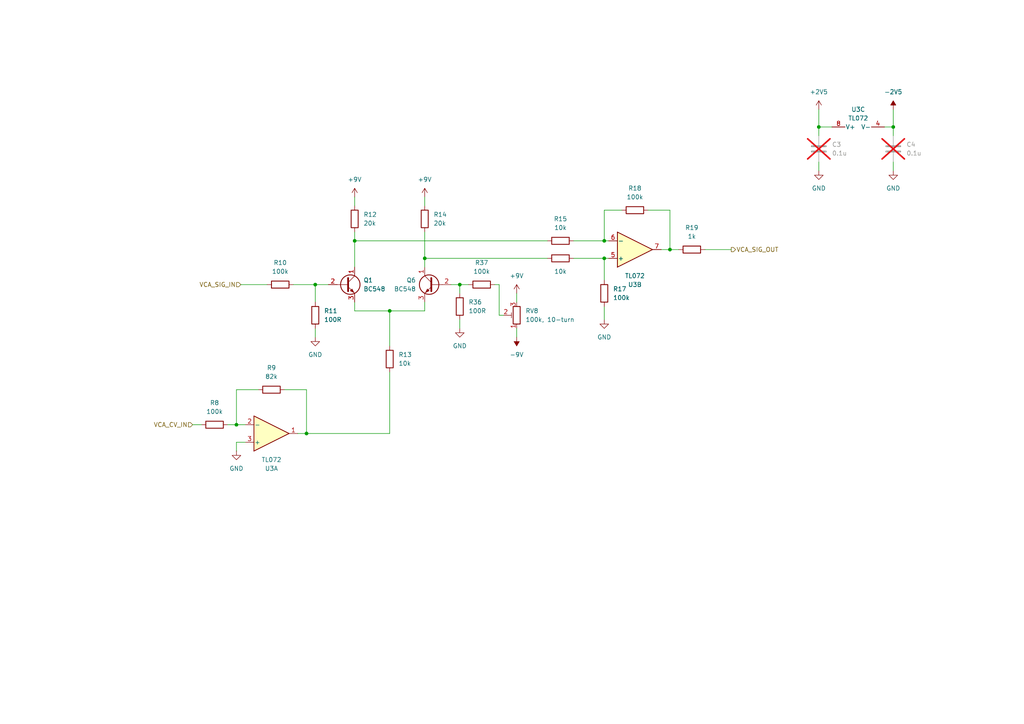
<source format=kicad_sch>
(kicad_sch (version 20250114) (generator "eeschema") (generator_version "9.0")
  (paper "A4")
  (lib_symbols
    (symbol "Amplifier_Operational:TL072" (pin_names (offset 0.127))
      (property "Reference" "U" (at 0 5.08 0))
      (property "Value" "TL072" (at 0 -5.08 0))
      (symbol "TL072_1_1"
        (polyline (pts (xy -5.08 5.08) (xy 5.08 0) (xy -5.08 -5.08) (xy -5.08 5.08)) (stroke (width 0.254)) (fill (type background)))
        (pin input line (at -7.62 2.54 0) (length 2.54) (name "+") (number "3"))
        (pin input line (at -7.62 -2.54 0) (length 2.54) (name "-") (number "2"))
        (pin output line (at 7.62 0 180) (length 2.54) (name "~") (number "1"))
      )
      (symbol "TL072_2_1"
        (polyline (pts (xy -5.08 5.08) (xy 5.08 0) (xy -5.08 -5.08) (xy -5.08 5.08)) (stroke (width 0.254)) (fill (type background)))
        (pin input line (at -7.62 2.54 0) (length 2.54) (name "+") (number "5"))
        (pin input line (at -7.62 -2.54 0) (length 2.54) (name "-") (number "6"))
        (pin output line (at 7.62 0 180) (length 2.54) (name "~") (number "7"))
      )
      (symbol "TL072_3_1"
        (pin power_in line (at -2.54 7.62 270) (length 3.81) (name "V+") (number "8"))
        (pin power_in line (at -2.54 -7.62 90) (length 3.81) (name "V-") (number "4"))
      )
    )
    (symbol "Device:C" (pin_numbers (hide yes)) (pin_names (offset 0.254))
      (property "Reference" "C" (at 0.635 2.54 0))
      (property "Value" "C" (at 0.635 -2.54 0))
      (symbol "C_0_1"
        (polyline (pts (xy -2.032 0.762) (xy 2.032 0.762)) (stroke (width 0.508)))
        (polyline (pts (xy -2.032 -0.762) (xy 2.032 -0.762)) (stroke (width 0.508)))
      )
      (symbol "C_1_1"
        (pin passive line (at 0 3.81 270) (length 2.794) (name "~") (number "1"))
        (pin passive line (at 0 -3.81 90) (length 2.794) (name "~") (number "2"))
      )
    )
    (symbol "Device:R" (pin_numbers (hide yes)) (pin_names (offset 0))
      (property "Reference" "R" (at 2.032 0 90))
      (property "Value" "R" (at 0 0 90))
      (symbol "R_0_1"
        (rectangle (start -1.016 -2.54) (end 1.016 2.54) (stroke (width 0.254)))
      )
      (symbol "R_1_1"
        (pin passive line (at 0 3.81 270) (length 1.27) (name "~") (number "1"))
        (pin passive line (at 0 -3.81 90) (length 1.27) (name "~") (number "2"))
      )
    )
    (symbol "Device:R_Potentiometer_Trim" (pin_names (offset 1.016) (hide yes))
      (property "Reference" "RV" (at -4.445 0 90))
      (property "Value" "R_Potentiometer_Trim" (at -2.54 0 90))
      (symbol "R_Potentiometer_Trim_0_1"
        (rectangle (start 1.016 2.54) (end -1.016 -2.54) (stroke (width 0.254)))
        (polyline (pts (xy 1.524 0.762) (xy 1.524 -0.762)))
        (polyline (pts (xy 2.54 0) (xy 1.524 0)))
      )
      (symbol "R_Potentiometer_Trim_1_1"
        (pin passive line (at 0 3.81 270) (length 1.27) (name "1") (number "1"))
        (pin passive line (at 0 -3.81 90) (length 1.27) (name "3") (number "3"))
        (pin passive line (at 3.81 0 180) (length 1.27) (name "2") (number "2"))
      )
    )
    (symbol "Transistor_BJT:BC548" (pin_names (offset 0) (hide yes))
      (property "Reference" "Q" (at 5.08 1.905 0))
      (property "Value" "BC548" (at 5.08 0 0))
      (symbol "BC548_0_1"
        (polyline (pts (xy -2.54 0) (xy 0.635 0)))
        (polyline (pts (xy 0.635 1.905) (xy 0.635 -1.905)) (stroke (width 0.508)))
        (circle (center 1.27 0) (radius 2.8194) (stroke (width 0.254)))
      )
      (symbol "BC548_1_1"
        (polyline (pts (xy 0.635 0.635) (xy 2.54 2.54)))
        (polyline (pts (xy 0.635 -0.635) (xy 2.54 -2.54)))
        (polyline (pts (xy 1.27 -1.778) (xy 1.778 -1.27) (xy 2.286 -2.286) (xy 1.27 -1.778)) (fill (type outline)))
        (pin input line (at -5.08 0 0) (length 2.54) (name "B") (number "2"))
        (pin passive line (at 2.54 5.08 270) (length 2.54) (name "C") (number "1"))
        (pin passive line (at 2.54 -5.08 90) (length 2.54) (name "E") (number "3"))
      )
    )
    (symbol "power:+2V5" (power) (pin_numbers (hide yes)) (pin_names (offset 0) (hide yes))
      (property "Value" "+2V5" (at 0 3.556 0))
      (symbol "+2V5_0_1"
        (polyline (pts (xy -0.762 1.27) (xy 0 2.54)))
        (polyline (pts (xy 0 2.54) (xy 0.762 1.27)))
        (polyline (pts (xy 0 0) (xy 0 2.54)))
      )
      (symbol "+2V5_1_1"
        (pin power_in line (at 0 0 90) (length 0) (name "~") (number "1"))
      )
    )
    (symbol "power:+9V" (power) (pin_numbers (hide yes)) (pin_names (offset 0) (hide yes))
      (property "Value" "+9V" (at 0 3.556 0))
      (symbol "+9V_0_1"
        (polyline (pts (xy -0.762 1.27) (xy 0 2.54)))
        (polyline (pts (xy 0 2.54) (xy 0.762 1.27)))
        (polyline (pts (xy 0 0) (xy 0 2.54)))
      )
      (symbol "+9V_1_1"
        (pin power_in line (at 0 0 90) (length 0) (name "~") (number "1"))
      )
    )
    (symbol "power:-2V5" (power) (pin_numbers (hide yes)) (pin_names (offset 0) (hide yes))
      (property "Value" "-2V5" (at 0 3.556 0))
      (symbol "-2V5_0_0"
        (pin power_in line (at 0 0 90) (length 0) (name "~") (number "1"))
      )
      (symbol "-2V5_0_1"
        (polyline (pts (xy 0 0) (xy 0 1.27) (xy 0.762 1.27) (xy 0 2.54) (xy -0.762 1.27) (xy 0 1.27)) (fill (type outline)))
      )
    )
    (symbol "power:-9V" (power) (pin_numbers (hide yes)) (pin_names (offset 0) (hide yes))
      (property "Value" "-9V" (at 0 3.556 0))
      (symbol "-9V_0_1"
        (polyline (pts (xy 0 0) (xy 0 2.54)))
        (polyline (pts (xy 0.762 1.27) (xy -0.762 1.27) (xy 0 2.54) (xy 0.762 1.27)) (fill (type outline)))
      )
      (symbol "-9V_1_1"
        (pin power_in line (at 0 0 90) (length 0) (name "~") (number "1"))
      )
    )
    (symbol "power:GND" (power) (pin_numbers (hide yes)) (pin_names (offset 0) (hide yes))
      (property "Value" "GND" (at 0 -3.81 0))
      (symbol "GND_0_1"
        (polyline (pts (xy 0 0) (xy 0 -1.27) (xy 1.27 -1.27) (xy 0 -2.54) (xy -1.27 -1.27) (xy 0 -1.27)))
      )
      (symbol "GND_1_1"
        (pin power_in line (at 0 0 270) (length 0) (name "~") (number "1"))
      )
    )
  )
  (junction (at 194.31 72.39))
  (junction (at 68.58 123.19))
  (junction (at 259.08 36.83))
  (junction (at 175.26 69.85))
  (junction (at 88.9 125.73))
  (junction (at 237.49 36.83))
  (junction (at 123.19 74.93))
  (junction (at 133.35 82.55))
  (junction (at 91.44 82.55))
  (junction (at 113.03 90.17))
  (junction (at 102.87 69.85))
  (junction (at 175.26 74.93))
  (wire (pts (xy 55.88 123.19) (xy 58.42 123.19)))
  (wire (pts (xy 102.87 57.15) (xy 102.87 59.69)))
  (wire (pts (xy 68.58 128.27) (xy 68.58 130.81)))
  (wire (pts (xy 91.44 82.55) (xy 95.25 82.55)))
  (wire (pts (xy 191.77 72.39) (xy 194.31 72.39)))
  (wire (pts (xy 187.96 60.96) (xy 194.31 60.96)))
  (wire (pts (xy 175.26 69.85) (xy 176.53 69.85)))
  (wire (pts (xy 69.85 82.55) (xy 77.47 82.55)))
  (wire (pts (xy 102.87 69.85) (xy 102.87 77.47)))
  (wire (pts (xy 102.87 90.17) (xy 113.03 90.17)))
  (wire (pts (xy 123.19 67.31) (xy 123.19 74.93)))
  (wire (pts (xy 237.49 46.99) (xy 237.49 49.53)))
  (wire (pts (xy 123.19 90.17) (xy 123.19 87.63)))
  (wire (pts (xy 180.34 60.96) (xy 175.26 60.96)))
  (wire (pts (xy 144.78 91.44) (xy 146.05 91.44)))
  (wire (pts (xy 82.55 113.03) (xy 88.9 113.03)))
  (wire (pts (xy 68.58 113.03) (xy 68.58 123.19)))
  (wire (pts (xy 102.87 69.85) (xy 158.75 69.85)))
  (wire (pts (xy 113.03 90.17) (xy 123.19 90.17)))
  (wire (pts (xy 144.78 82.55) (xy 144.78 91.44)))
  (wire (pts (xy 68.58 123.19) (xy 71.12 123.19)))
  (wire (pts (xy 194.31 72.39) (xy 196.85 72.39)))
  (wire (pts (xy 237.49 31.75) (xy 237.49 36.83)))
  (wire (pts (xy 237.49 36.83) (xy 237.49 39.37)))
  (wire (pts (xy 133.35 92.71) (xy 133.35 95.25)))
  (wire (pts (xy 175.26 74.93) (xy 176.53 74.93)))
  (wire (pts (xy 91.44 87.63) (xy 91.44 82.55)))
  (wire (pts (xy 85.09 82.55) (xy 91.44 82.55)))
  (wire (pts (xy 66.04 123.19) (xy 68.58 123.19)))
  (wire (pts (xy 102.87 67.31) (xy 102.87 69.85)))
  (wire (pts (xy 74.93 113.03) (xy 68.58 113.03)))
  (wire (pts (xy 256.54 36.83) (xy 259.08 36.83)))
  (wire (pts (xy 88.9 125.73) (xy 86.36 125.73)))
  (wire (pts (xy 71.12 128.27) (xy 68.58 128.27)))
  (wire (pts (xy 123.19 74.93) (xy 123.19 77.47)))
  (wire (pts (xy 204.47 72.39) (xy 212.09 72.39)))
  (wire (pts (xy 102.87 87.63) (xy 102.87 90.17)))
  (wire (pts (xy 175.26 88.9) (xy 175.26 92.71)))
  (wire (pts (xy 175.26 60.96) (xy 175.26 69.85)))
  (wire (pts (xy 91.44 95.25) (xy 91.44 97.79)))
  (wire (pts (xy 133.35 82.55) (xy 133.35 85.09)))
  (wire (pts (xy 259.08 31.75) (xy 259.08 36.83)))
  (wire (pts (xy 149.86 95.25) (xy 149.86 97.79)))
  (wire (pts (xy 166.37 74.93) (xy 175.26 74.93)))
  (wire (pts (xy 259.08 46.99) (xy 259.08 49.53)))
  (wire (pts (xy 88.9 125.73) (xy 113.03 125.73)))
  (wire (pts (xy 166.37 69.85) (xy 175.26 69.85)))
  (wire (pts (xy 149.86 85.09) (xy 149.86 87.63)))
  (wire (pts (xy 88.9 113.03) (xy 88.9 125.73)))
  (wire (pts (xy 113.03 107.95) (xy 113.03 125.73)))
  (wire (pts (xy 259.08 36.83) (xy 259.08 39.37)))
  (wire (pts (xy 175.26 74.93) (xy 175.26 81.28)))
  (wire (pts (xy 123.19 74.93) (xy 158.75 74.93)))
  (wire (pts (xy 113.03 90.17) (xy 113.03 100.33)))
  (wire (pts (xy 130.81 82.55) (xy 133.35 82.55)))
  (wire (pts (xy 194.31 60.96) (xy 194.31 72.39)))
  (wire (pts (xy 133.35 82.55) (xy 135.89 82.55)))
  (wire (pts (xy 143.51 82.55) (xy 144.78 82.55)))
  (wire (pts (xy 123.19 57.15) (xy 123.19 59.69)))
  (wire (pts (xy 241.3 36.83) (xy 237.49 36.83)))
  (hierarchical_label "VCA_CV_IN" (shape input) (at 55.88 123.19 180))
  (hierarchical_label "VCA_SIG_IN" (shape input) (at 69.85 82.55 180))
  (hierarchical_label "VCA_SIG_OUT" (shape output) (at 212.09 72.39 0))
  (symbol (lib_id "Device:R") (at 123.19 63.5 0) (unit 1)
    (property "Reference" "R14" (at 125.73 62.2299 0) (effects (justify left)))
    (property "Value" "20k" (at 125.73 64.7699 0) (effects (justify left)))
    (property "Footprint" "Resistor_THT:R_Axial_DIN0207_L6.3mm_D2.5mm_P10.16mm_Horizontal" (effects (hide yes)))
    (property "Description" "Resistor" (effects (hide yes)))
  )
  (symbol (lib_id "power:GND") (at 68.58 130.81 0) (unit 1)
    (property "Reference" "#PWR011" (effects (hide yes)))
    (property "Value" "GND" (at 68.58 135.89 0))
    (property "Description" "Power symbol creates a global label with name \"GND\" , ground" (effects (hide yes)))
  )
  (symbol (lib_id "Device:R") (at 184.15 60.96 90) (unit 1)
    (property "Reference" "R18" (at 184.15 54.61 90))
    (property "Value" "100k" (at 184.15 57.15 90))
    (property "Footprint" "Resistor_THT:R_Axial_DIN0207_L6.3mm_D2.5mm_P10.16mm_Horizontal" (effects (hide yes)))
    (property "Description" "Resistor" (effects (hide yes)))
  )
  (symbol (lib_id "power:+9V") (at 149.86 85.09 0) (unit 1)
    (property "Reference" "#PWR025" (effects (hide yes)))
    (property "Value" "+9V" (at 149.86 80.01 0))
    (property "Description" "Power symbol creates a global label with name \"+9V\"" (effects (hide yes)))
  )
  (symbol (lib_id "Device:C") (at 237.49 43.18 0) (unit 1) (dnp yes)
    (property "Reference" "C3" (at 241.3 41.9099 0) (effects (justify left)))
    (property "Value" "0.1u" (at 241.3 44.4499 0) (effects (justify left)))
    (property "Footprint" "Capacitor_THT:C_Disc_D6.0mm_W2.5mm_P5.00mm" (effects (hide yes)))
    (property "Description" "Unpolarized capacitor" (effects (hide yes)))
  )
  (symbol (lib_id "Amplifier_Operational:TL072") (at 78.74 125.73 0) (mirror x) (unit 1)
    (property "Reference" "U3" (at 78.74 135.89 0))
    (property "Value" "TL072" (at 78.74 133.35 0))
    (property "Footprint" "Package_DIP:DIP-8_W7.62mm" (effects (hide yes)))
    (property "Datasheet" "http://www.ti.com/lit/ds/symlink/tl071.pdf" (effects (hide yes)))
    (property "Description" "Dual Low-Noise JFET-Input Operational Amplifiers, DIP-8/SOIC-8" (effects (hide yes)))
  )
  (symbol (lib_id "Amplifier_Operational:TL072") (at 248.92 34.29 90) (unit 3)
    (property "Reference" "U3" (at 248.92 31.75 90))
    (property "Value" "TL072" (at 248.92 34.29 90))
    (property "Footprint" "Package_DIP:DIP-8_W7.62mm" (effects (hide yes)))
    (property "Datasheet" "http://www.ti.com/lit/ds/symlink/tl071.pdf" (effects (hide yes)))
    (property "Description" "Dual Low-Noise JFET-Input Operational Amplifiers, DIP-8/SOIC-8" (effects (hide yes)))
  )
  (symbol (lib_id "Device:R") (at 139.7 82.55 90) (unit 1)
    (property "Reference" "R37" (at 139.7 76.2 90))
    (property "Value" "100k" (at 139.7 78.74 90))
    (property "Footprint" "Resistor_THT:R_Axial_DIN0207_L6.3mm_D2.5mm_P10.16mm_Horizontal" (effects (hide yes)))
    (property "Description" "Resistor" (effects (hide yes)))
  )
  (symbol (lib_id "power:-2V5") (at 259.08 31.75 0) (unit 1)
    (property "Reference" "#PWR043" (effects (hide yes)))
    (property "Value" "-2V5" (at 259.08 26.67 0))
    (property "Description" "Power symbol creates a global label with name \"-2V5\"" (effects (hide yes)))
  )
  (symbol (lib_id "Amplifier_Operational:TL072") (at 184.15 72.39 0) (mirror x) (unit 2)
    (property "Reference" "U3" (at 184.15 82.55 0))
    (property "Value" "TL072" (at 184.15 80.01 0))
    (property "Footprint" "Package_DIP:DIP-8_W7.62mm" (effects (hide yes)))
    (property "Datasheet" "http://www.ti.com/lit/ds/symlink/tl071.pdf" (effects (hide yes)))
    (property "Description" "Dual Low-Noise JFET-Input Operational Amplifiers, DIP-8/SOIC-8" (effects (hide yes)))
  )
  (symbol (lib_id "power:+9V") (at 123.19 57.15 0) (unit 1)
    (property "Reference" "#PWR014" (effects (hide yes)))
    (property "Value" "+9V" (at 123.19 52.07 0))
    (property "Description" "Power symbol creates a global label with name \"+9V\"" (effects (hide yes)))
  )
  (symbol (lib_id "Device:R") (at 162.56 74.93 270) (unit 1)
    (property "Reference" "R16" (effects (hide yes)))
    (property "Value" "10k" (at 162.56 78.74 90))
    (property "Footprint" "Resistor_THT:R_Axial_DIN0207_L6.3mm_D2.5mm_P10.16mm_Horizontal" (effects (hide yes)))
    (property "Description" "Resistor" (effects (hide yes)))
  )
  (symbol (lib_id "Device:R") (at 81.28 82.55 90) (unit 1)
    (property "Reference" "R10" (at 81.28 76.2 90))
    (property "Value" "100k" (at 81.28 78.74 90))
    (property "Footprint" "Resistor_THT:R_Axial_DIN0207_L6.3mm_D2.5mm_P10.16mm_Horizontal" (effects (hide yes)))
    (property "Description" "Resistor" (effects (hide yes)))
  )
  (symbol (lib_id "Device:R") (at 62.23 123.19 90) (unit 1)
    (property "Reference" "R8" (at 62.23 116.84 90))
    (property "Value" "100k" (at 62.23 119.38 90))
    (property "Footprint" "Resistor_THT:R_Axial_DIN0207_L6.3mm_D2.5mm_P10.16mm_Horizontal" (effects (hide yes)))
    (property "Description" "Resistor" (effects (hide yes)))
  )
  (symbol (lib_id "Device:R") (at 175.26 85.09 0) (unit 1)
    (property "Reference" "R17" (at 177.8 83.8199 0) (effects (justify left)))
    (property "Value" "100k" (at 177.8 86.3599 0) (effects (justify left)))
    (property "Footprint" "Resistor_THT:R_Axial_DIN0207_L6.3mm_D2.5mm_P10.16mm_Horizontal" (effects (hide yes)))
    (property "Description" "Resistor" (effects (hide yes)))
  )
  (symbol (lib_id "power:GND") (at 133.35 95.25 0) (unit 1)
    (property "Reference" "#PWR015" (effects (hide yes)))
    (property "Value" "GND" (at 133.35 100.33 0))
    (property "Description" "Power symbol creates a global label with name \"GND\" , ground" (effects (hide yes)))
  )
  (symbol (lib_id "Transistor_BJT:BC548") (at 100.33 82.55 0) (unit 1)
    (property "Reference" "Q1" (at 105.41 81.2799 0) (effects (justify left)))
    (property "Value" "BC548" (at 105.41 83.8199 0) (effects (justify left)))
    (property "Footprint" "Package_TO_SOT_THT:TO-92_Inline" (effects (hide yes)))
    (property "Datasheet" "https://www.onsemi.com/pub/Collateral/BC550-D.pdf" (effects (hide yes)))
    (property "Description" "0.1A Ic, 30V Vce, Small Signal NPN Transistor, TO-92" (effects (hide yes)))
  )
  (symbol (lib_id "Device:C") (at 259.08 43.18 0) (unit 1) (dnp yes)
    (property "Reference" "C4" (at 262.89 41.9099 0) (effects (justify left)))
    (property "Value" "0.1u" (at 262.89 44.4499 0) (effects (justify left)))
    (property "Footprint" "Capacitor_THT:C_Disc_D6.0mm_W2.5mm_P5.00mm" (effects (hide yes)))
    (property "Description" "Unpolarized capacitor" (effects (hide yes)))
  )
  (symbol (lib_id "Device:R") (at 133.35 88.9 0) (unit 1)
    (property "Reference" "R36" (at 135.89 87.6299 0) (effects (justify left)))
    (property "Value" "100R" (at 135.89 90.1699 0) (effects (justify left)))
    (property "Footprint" "Resistor_THT:R_Axial_DIN0207_L6.3mm_D2.5mm_P10.16mm_Horizontal" (effects (hide yes)))
    (property "Description" "Resistor" (effects (hide yes)))
  )
  (symbol (lib_id "power:GND") (at 175.26 92.71 0) (unit 1)
    (property "Reference" "#PWR016" (effects (hide yes)))
    (property "Value" "GND" (at 175.26 97.79 0))
    (property "Description" "Power symbol creates a global label with name \"GND\" , ground" (effects (hide yes)))
  )
  (symbol (lib_id "power:GND") (at 237.49 49.53 0) (unit 1)
    (property "Reference" "#PWR018" (effects (hide yes)))
    (property "Value" "GND" (at 237.49 54.61 0))
    (property "Description" "Power symbol creates a global label with name \"GND\" , ground" (effects (hide yes)))
  )
  (symbol (lib_id "Device:R") (at 200.66 72.39 90) (unit 1)
    (property "Reference" "R19" (at 200.66 66.04 90))
    (property "Value" "1k" (at 200.66 68.58 90))
    (property "Footprint" "Resistor_THT:R_Axial_DIN0207_L6.3mm_D2.5mm_P10.16mm_Horizontal" (effects (hide yes)))
    (property "Description" "Resistor" (effects (hide yes)))
  )
  (symbol (lib_id "Device:R") (at 162.56 69.85 90) (unit 1)
    (property "Reference" "R15" (at 162.56 63.5 90))
    (property "Value" "10k" (at 162.56 66.04 90))
    (property "Footprint" "Resistor_THT:R_Axial_DIN0207_L6.3mm_D2.5mm_P10.16mm_Horizontal" (effects (hide yes)))
    (property "Description" "Resistor" (effects (hide yes)))
  )
  (symbol (lib_id "Device:R") (at 91.44 91.44 0) (unit 1)
    (property "Reference" "R11" (at 93.98 90.1699 0) (effects (justify left)))
    (property "Value" "100R" (at 93.98 92.7099 0) (effects (justify left)))
    (property "Footprint" "Resistor_THT:R_Axial_DIN0207_L6.3mm_D2.5mm_P10.16mm_Horizontal" (effects (hide yes)))
    (property "Description" "Resistor" (effects (hide yes)))
  )
  (symbol (lib_id "power:GND") (at 91.44 97.79 0) (unit 1)
    (property "Reference" "#PWR012" (effects (hide yes)))
    (property "Value" "GND" (at 91.44 102.87 0))
    (property "Description" "Power symbol creates a global label with name \"GND\" , ground" (effects (hide yes)))
  )
  (symbol (lib_id "power:-9V") (at 149.86 97.79 180) (unit 1)
    (property "Reference" "#PWR027" (effects (hide yes)))
    (property "Value" "-9V" (at 149.86 102.87 0))
    (property "Description" "Power symbol creates a global label with name \"-9V\"" (effects (hide yes)))
  )
  (symbol (lib_id "Device:R") (at 113.03 104.14 0) (unit 1)
    (property "Reference" "R13" (at 115.57 102.8699 0) (effects (justify left)))
    (property "Value" "10k" (at 115.57 105.4099 0) (effects (justify left)))
    (property "Footprint" "Resistor_THT:R_Axial_DIN0207_L6.3mm_D2.5mm_P10.16mm_Horizontal" (effects (hide yes)))
    (property "Description" "Resistor" (effects (hide yes)))
  )
  (symbol (lib_id "power:GND") (at 259.08 49.53 0) (unit 1)
    (property "Reference" "#PWR020" (effects (hide yes)))
    (property "Value" "GND" (at 259.08 54.61 0))
    (property "Description" "Power symbol creates a global label with name \"GND\" , ground" (effects (hide yes)))
  )
  (symbol (lib_id "Device:R") (at 78.74 113.03 90) (unit 1)
    (property "Reference" "R9" (at 78.74 106.68 90))
    (property "Value" "82k" (at 78.74 109.22 90))
    (property "Footprint" "Resistor_THT:R_Axial_DIN0207_L6.3mm_D2.5mm_P10.16mm_Horizontal" (effects (hide yes)))
    (property "Description" "Resistor" (effects (hide yes)))
  )
  (symbol (lib_id "Transistor_BJT:BC548") (at 125.73 82.55 0) (mirror y) (unit 1)
    (property "Reference" "Q6" (at 120.65 81.2799 0) (effects (justify left)))
    (property "Value" "BC548" (at 120.65 83.8199 0) (effects (justify left)))
    (property "Footprint" "Package_TO_SOT_THT:TO-92_Inline" (effects (hide yes)))
    (property "Datasheet" "https://www.onsemi.com/pub/Collateral/BC550-D.pdf" (effects (hide yes)))
    (property "Description" "0.1A Ic, 30V Vce, Small Signal NPN Transistor, TO-92" (effects (hide yes)))
  )
  (symbol (lib_id "power:+2V5") (at 237.49 31.75 0) (unit 1)
    (property "Reference" "#PWR042" (effects (hide yes)))
    (property "Value" "+2V5" (at 237.49 26.67 0))
    (property "Description" "Power symbol creates a global label with name \"+2V5\"" (effects (hide yes)))
  )
  (symbol (lib_id "Device:R") (at 102.87 63.5 0) (unit 1)
    (property "Reference" "R12" (at 105.41 62.2299 0) (effects (justify left)))
    (property "Value" "20k" (at 105.41 64.7699 0) (effects (justify left)))
    (property "Footprint" "Resistor_THT:R_Axial_DIN0207_L6.3mm_D2.5mm_P10.16mm_Horizontal" (effects (hide yes)))
    (property "Description" "Resistor" (effects (hide yes)))
  )
  (symbol (lib_id "Device:R_Potentiometer_Trim") (at 149.86 91.44 180) (unit 1)
    (property "Reference" "RV8" (at 152.4 90.1699 0) (effects (justify right)))
    (property "Value" "100k, 10-turn" (at 152.4 92.7099 0) (effects (justify right)))
    (property "Footprint" "Potentiometer_THT:Potentiometer_Bourns_3296W_Vertical" (effects (hide yes)))
    (property "Description" "Trim-potentiometer" (effects (hide yes)))
  )
  (symbol (lib_id "power:+9V") (at 102.87 57.15 0) (unit 1)
    (property "Reference" "#PWR013" (effects (hide yes)))
    (property "Value" "+9V" (at 102.87 52.07 0))
    (property "Description" "Power symbol creates a global label with name \"+9V\"" (effects (hide yes)))
  )
)
</source>
